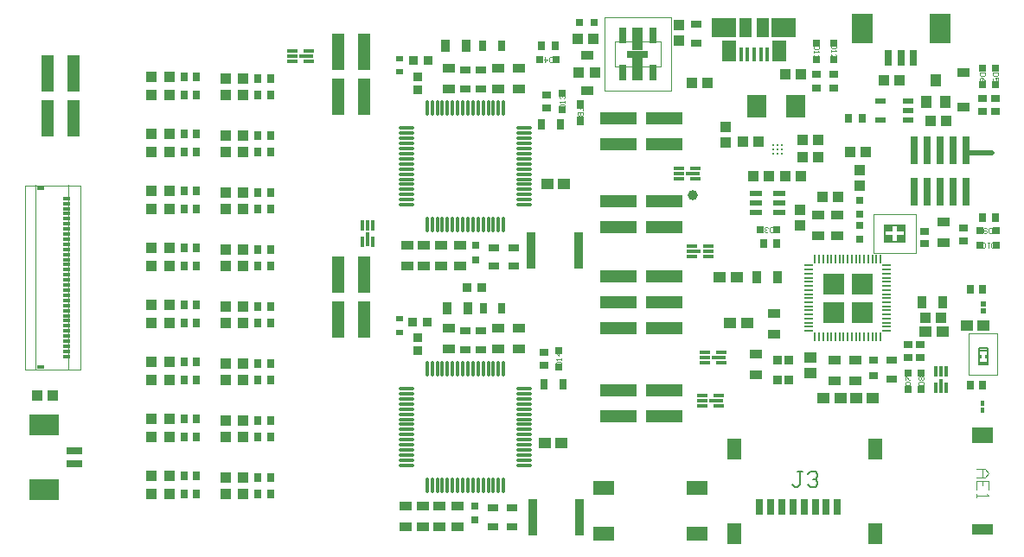
<source format=gtp>
G04*
G04 #@! TF.GenerationSoftware,Altium Limited,Altium Designer,23.8.1 (32)*
G04*
G04 Layer_Color=8421504*
%FSLAX44Y44*%
%MOMM*%
G71*
G04*
G04 #@! TF.SameCoordinates,B2355FDD-5490-460F-BBB4-22D25E5E3D0D*
G04*
G04*
G04 #@! TF.FilePolarity,Positive*
G04*
G01*
G75*
%ADD19C,0.1001*%
%ADD20C,0.1999*%
%ADD21C,0.1500*%
%ADD22C,0.0500*%
%ADD23C,0.1200*%
%ADD24R,2.0239X2.0239*%
%ADD25R,2.0238X2.0239*%
%ADD26R,1.2062X0.9562*%
%ADD27R,1.1062X0.7562*%
%ADD28R,1.2500X1.0000*%
%ADD29R,0.9311X0.8121*%
%ADD30R,1.8545X2.2860*%
%ADD31C,1.0000*%
%ADD32R,0.4500X1.3800*%
%ADD33R,1.1750X1.9000*%
%ADD34R,2.3750X1.9000*%
%ADD35R,1.4750X2.1000*%
%ADD36R,0.8000X1.5000*%
%ADD37R,1.4500X2.0000*%
%ADD38R,3.6800X1.2700*%
%ADD39R,0.7000X0.9500*%
%ADD40R,0.7400X2.7950*%
%ADD41R,1.0000X1.0000*%
%ADD42R,1.2000X0.9500*%
%ADD43R,0.8499X0.7501*%
%ADD44C,0.2540*%
%ADD45R,0.7000X0.2751*%
%ADD46R,0.2451X0.4501*%
%ADD47R,1.0500X0.6000*%
%ADD48R,1.0500X1.0500*%
%ADD49R,1.0500X1.0000*%
%ADD50R,1.0000X1.0500*%
%ADD51R,2.0000X0.8001*%
%ADD52R,1.0000X2.1999*%
%ADD53R,0.7000X1.5001*%
%ADD54R,1.0160X1.1430*%
%ADD55R,0.9900X0.3000*%
%ADD56R,1.4000X0.3000*%
%ADD57R,1.2192X0.9144*%
%ADD58R,0.3000X0.9900*%
%ADD59R,0.3000X1.4000*%
%ADD60R,0.8001X0.3000*%
%ADD61R,0.8001X0.4001*%
%ADD62R,1.2700X0.5588*%
%ADD63R,1.2700X3.6800*%
G04:AMPARAMS|DCode=64|XSize=0.1925mm|YSize=0.9291mm|CornerRadius=0.0962mm|HoleSize=0mm|Usage=FLASHONLY|Rotation=90.000|XOffset=0mm|YOffset=0mm|HoleType=Round|Shape=RoundedRectangle|*
%AMROUNDEDRECTD64*
21,1,0.1925,0.7366,0,0,90.0*
21,1,0.0000,0.9291,0,0,90.0*
1,1,0.1925,0.3683,0.0000*
1,1,0.1925,0.3683,0.0000*
1,1,0.1925,-0.3683,0.0000*
1,1,0.1925,-0.3683,0.0000*
%
%ADD64ROUNDEDRECTD64*%
G04:AMPARAMS|DCode=65|XSize=0.9291mm|YSize=0.1925mm|CornerRadius=0.0962mm|HoleSize=0mm|Usage=FLASHONLY|Rotation=90.000|XOffset=0mm|YOffset=0mm|HoleType=Round|Shape=RoundedRectangle|*
%AMROUNDEDRECTD65*
21,1,0.9291,0.0000,0,0,90.0*
21,1,0.7366,0.1925,0,0,90.0*
1,1,0.1925,0.0000,0.3683*
1,1,0.1925,0.0000,-0.3683*
1,1,0.1925,0.0000,-0.3683*
1,1,0.1925,0.0000,0.3683*
%
%ADD65ROUNDEDRECTD65*%
%ADD66R,0.1925X0.9291*%
%ADD67R,0.7000X0.7000*%
%ADD68R,2.1000X1.4000*%
%ADD69R,1.1500X1.0500*%
%ADD70R,0.6587X0.8121*%
%ADD71R,0.8500X0.7500*%
%ADD72R,0.8000X0.8000*%
%ADD73R,0.4725X0.5153*%
%ADD74R,1.2065X1.0582*%
%ADD75R,0.4627X0.5541*%
%ADD76R,0.7500X0.9000*%
%ADD77R,0.7587X0.8121*%
%ADD78R,2.0000X1.0000*%
%ADD79R,2.0000X1.5000*%
G04:AMPARAMS|DCode=80|XSize=0.3mm|YSize=1.45mm|CornerRadius=0.0495mm|HoleSize=0mm|Usage=FLASHONLY|Rotation=90.000|XOffset=0mm|YOffset=0mm|HoleType=Round|Shape=RoundedRectangle|*
%AMROUNDEDRECTD80*
21,1,0.3000,1.3510,0,0,90.0*
21,1,0.2010,1.4500,0,0,90.0*
1,1,0.0990,0.6755,0.1005*
1,1,0.0990,0.6755,-0.1005*
1,1,0.0990,-0.6755,-0.1005*
1,1,0.0990,-0.6755,0.1005*
%
%ADD80ROUNDEDRECTD80*%
G04:AMPARAMS|DCode=81|XSize=0.3mm|YSize=1.45mm|CornerRadius=0.0495mm|HoleSize=0mm|Usage=FLASHONLY|Rotation=0.000|XOffset=0mm|YOffset=0mm|HoleType=Round|Shape=RoundedRectangle|*
%AMROUNDEDRECTD81*
21,1,0.3000,1.3510,0,0,0.0*
21,1,0.2010,1.4500,0,0,0.0*
1,1,0.0990,0.1005,-0.6755*
1,1,0.0990,-0.1005,-0.6755*
1,1,0.0990,-0.1005,0.6755*
1,1,0.0990,0.1005,0.6755*
%
%ADD81ROUNDEDRECTD81*%
%ADD82R,0.8000X0.8000*%
%ADD83R,0.8000X0.9500*%
%ADD84R,2.1000X3.0000*%
%ADD85R,0.8000X1.6000*%
%ADD86R,0.9350X0.9621*%
%ADD87R,3.0000X2.1000*%
%ADD88R,1.6000X0.8000*%
%ADD89R,0.9562X1.2062*%
%ADD90R,0.7000X0.6500*%
%ADD91R,0.7562X1.1062*%
%ADD92R,0.7500X0.8500*%
%ADD93R,0.9062X0.8549*%
%ADD94R,0.9587X0.9121*%
%ADD95R,0.8000X0.6000*%
%ADD96R,0.9531X3.6031*%
%ADD97R,0.7000X0.7000*%
%ADD98R,0.9000X0.7500*%
%ADD99R,0.9000X0.8000*%
%ADD100C,0.5000*%
D19*
X837791Y302311D02*
Y340309D01*
Y302311D02*
X879792D01*
Y340309D01*
X837791D02*
X879792D01*
X931420Y182659D02*
Y223660D01*
Y182659D02*
X959421D01*
Y223660D01*
X931420D02*
X959421D01*
X574799Y461122D02*
Y533121D01*
Y461122D02*
X639798D01*
Y533121D01*
X574799D02*
X639798D01*
X584799Y484622D02*
Y509621D01*
Y484622D02*
X629798D01*
Y509621D01*
X584799D02*
X629798D01*
X17292Y368300D02*
X25419D01*
X41674D01*
X49801D01*
X17292Y187960D02*
Y368770D01*
Y187960D02*
X49801D01*
X7292Y368300D02*
X61691D01*
X7292Y187960D02*
Y368300D01*
Y187960D02*
X61691D01*
Y368300D01*
X49801Y187960D02*
Y368770D01*
D20*
X848791Y313309D02*
Y329311D01*
Y313309D02*
X868791D01*
Y329311D01*
X848791D02*
X868791D01*
X941420Y192659D02*
Y208661D01*
Y192659D02*
X949421D01*
Y208661D01*
X941420D02*
X949421D01*
D21*
X768395Y87508D02*
X763396D01*
X765895D01*
Y75012D01*
X763396Y72512D01*
X760897D01*
X758398Y75012D01*
X773393Y85008D02*
X775892Y87508D01*
X780891D01*
X783390Y85008D01*
Y82509D01*
X780891Y80010D01*
X778391D01*
X780891D01*
X783390Y77511D01*
Y75012D01*
X780891Y72512D01*
X775892D01*
X773393Y75012D01*
D22*
X553679Y441919D02*
Y445251D01*
X551180D01*
Y443585D01*
Y445251D01*
X548681D01*
X553679Y440253D02*
X548681D01*
Y437754D01*
X549514Y436921D01*
X550347D01*
X551180Y437754D01*
Y440253D01*
Y437754D01*
X552013Y436921D01*
X552846D01*
X553679Y437754D01*
Y440253D01*
X548681Y435255D02*
Y433588D01*
Y434422D01*
X553679D01*
X552846Y435255D01*
X881818Y172365D02*
X886817D01*
Y174864D01*
X885984Y175697D01*
X882651D01*
X881818Y174864D01*
Y172365D01*
X882651Y177363D02*
X881818Y178196D01*
Y179862D01*
X882651Y180695D01*
X883484D01*
X884317Y179862D01*
X885151Y180695D01*
X885984D01*
X886817Y179862D01*
Y178196D01*
X885984Y177363D01*
X885151D01*
X884317Y178196D01*
X883484Y177363D01*
X882651D01*
X884317Y178196D02*
Y179862D01*
X868992Y172365D02*
X873990D01*
Y174864D01*
X873158Y175697D01*
X869825D01*
X868992Y174864D01*
Y172365D01*
Y177363D02*
Y180695D01*
X869825D01*
X873158Y177363D01*
X873990D01*
X527095Y191872D02*
X532093D01*
Y194371D01*
X531260Y195204D01*
X527928D01*
X527095Y194371D01*
Y191872D01*
X532093Y196870D02*
Y198536D01*
Y197703D01*
X527095D01*
X527928Y196870D01*
X532093Y203535D02*
X527095D01*
X529594Y201036D01*
Y204368D01*
X530905Y444602D02*
X535903D01*
Y447101D01*
X535070Y447934D01*
X531738D01*
X530905Y447101D01*
Y444602D01*
X535903Y449600D02*
Y451267D01*
Y450434D01*
X530905D01*
X531738Y449600D01*
Y453766D02*
X530905Y454599D01*
Y456265D01*
X531738Y457098D01*
X532571D01*
X533404Y456265D01*
Y455432D01*
Y456265D01*
X534237Y457098D01*
X535070D01*
X535903Y456265D01*
Y454599D01*
X535070Y453766D01*
X954129Y321351D02*
Y326349D01*
X951630D01*
X950797Y325516D01*
Y322184D01*
X951630Y321351D01*
X954129D01*
X949131Y325516D02*
X948298Y326349D01*
X946632D01*
X945798Y325516D01*
Y322184D01*
X946632Y321351D01*
X948298D01*
X949131Y322184D01*
Y323017D01*
X948298Y323850D01*
X945798D01*
X956212Y307381D02*
Y312379D01*
X953713D01*
X952879Y311546D01*
Y308214D01*
X953713Y307381D01*
X956212D01*
X951213Y312379D02*
X949547D01*
X950380D01*
Y307381D01*
X951213Y308214D01*
X947048D02*
X946215Y307381D01*
X944549D01*
X943716Y308214D01*
Y311546D01*
X944549Y312379D01*
X946215D01*
X947048Y311546D01*
Y308214D01*
X959689Y479145D02*
X954691D01*
Y476646D01*
X955524Y475813D01*
X958856D01*
X959689Y476646D01*
Y479145D01*
Y470815D02*
Y474147D01*
X957190D01*
X958023Y472481D01*
Y471648D01*
X957190Y470815D01*
X955524D01*
X954691Y471648D01*
Y473314D01*
X955524Y474147D01*
X946989Y479145D02*
X941991D01*
Y476646D01*
X942824Y475813D01*
X946156D01*
X946989Y476646D01*
Y479145D01*
Y470815D02*
X946156Y472481D01*
X944490Y474147D01*
X942824D01*
X941991Y473314D01*
Y471648D01*
X942824Y470815D01*
X943657D01*
X944490Y471648D01*
Y474147D01*
X784614Y505116D02*
X779616D01*
Y502617D01*
X780449Y501784D01*
X783781D01*
X784614Y502617D01*
Y505116D01*
X779616Y500118D02*
Y498452D01*
Y499285D01*
X784614D01*
X783781Y500118D01*
X779616Y495952D02*
Y494286D01*
Y495120D01*
X784614D01*
X783781Y495952D01*
X801900Y505949D02*
X796901D01*
Y503450D01*
X797734Y502617D01*
X801067D01*
X801900Y503450D01*
Y505949D01*
X796901Y500951D02*
Y499285D01*
Y500118D01*
X801900D01*
X801067Y500951D01*
X796901Y493453D02*
Y496786D01*
X800234Y493453D01*
X801067D01*
X801900Y494286D01*
Y495952D01*
X801067Y496786D01*
X739486Y322621D02*
Y327619D01*
X736986D01*
X736153Y326786D01*
Y323454D01*
X736986Y322621D01*
X739486D01*
X734487Y323454D02*
X733654Y322621D01*
X731988D01*
X731155Y323454D01*
Y324287D01*
X731988Y325120D01*
X732821D01*
X731988D01*
X731155Y325953D01*
Y326786D01*
X731988Y327619D01*
X733654D01*
X734487Y326786D01*
X523595Y488991D02*
Y493989D01*
X521096D01*
X520263Y493156D01*
Y489824D01*
X521096Y488991D01*
X523595D01*
X516098Y493989D02*
Y488991D01*
X518597Y491490D01*
X515265D01*
D23*
X938886Y90195D02*
X946883D01*
X950882Y86197D01*
X946883Y82198D01*
X938886D01*
X944884D01*
Y90195D01*
X950882Y70202D02*
Y78199D01*
X938886D01*
Y70202D01*
X944884Y78199D02*
Y74201D01*
X938886Y66203D02*
Y62204D01*
Y64204D01*
X950882D01*
X948883Y66203D01*
D24*
X826857Y271856D02*
D03*
Y243777D02*
D03*
D25*
X798777Y271856D02*
D03*
Y243777D02*
D03*
D26*
X470171Y483605D02*
D03*
Y463106D02*
D03*
X421911Y483605D02*
D03*
Y463106D02*
D03*
X490852Y483605D02*
D03*
Y463106D02*
D03*
X722630Y203290D02*
D03*
Y182790D02*
D03*
X490852Y207746D02*
D03*
Y228246D02*
D03*
X470171Y207746D02*
D03*
Y228246D02*
D03*
X380001Y54345D02*
D03*
Y33846D02*
D03*
X740414Y242660D02*
D03*
Y222160D02*
D03*
X802640Y318680D02*
D03*
Y339180D02*
D03*
X783590Y318680D02*
D03*
Y339180D02*
D03*
X906784Y312330D02*
D03*
Y332830D02*
D03*
X421911Y228246D02*
D03*
Y207746D02*
D03*
X433061Y309782D02*
D03*
Y289282D02*
D03*
X397781Y309615D02*
D03*
Y289116D02*
D03*
X414291Y309615D02*
D03*
Y289116D02*
D03*
X800100Y196940D02*
D03*
Y176440D02*
D03*
X820420Y196940D02*
D03*
Y176440D02*
D03*
X381271Y309705D02*
D03*
Y289205D02*
D03*
X413021Y33846D02*
D03*
Y54345D02*
D03*
X430519Y33846D02*
D03*
Y54345D02*
D03*
X396511Y33846D02*
D03*
Y54345D02*
D03*
D27*
X438421Y481336D02*
D03*
Y462835D02*
D03*
X453661Y481336D02*
D03*
Y462835D02*
D03*
Y207475D02*
D03*
Y225976D02*
D03*
X438421Y207475D02*
D03*
Y225976D02*
D03*
X664210Y507640D02*
D03*
Y526140D02*
D03*
X466361Y307436D02*
D03*
Y288935D02*
D03*
X855984Y197210D02*
D03*
Y178710D02*
D03*
X485411Y307436D02*
D03*
Y288935D02*
D03*
X484141Y33575D02*
D03*
Y52076D02*
D03*
X465091Y33575D02*
D03*
Y52076D02*
D03*
D28*
X775970Y184270D02*
D03*
Y199270D02*
D03*
D29*
X754705Y177800D02*
D03*
X743895D02*
D03*
X754705Y196850D02*
D03*
X743895D02*
D03*
D30*
X761872Y445770D02*
D03*
X724027D02*
D03*
D31*
X661390Y359174D02*
D03*
D32*
X727616Y496640D02*
D03*
X708116D02*
D03*
X734116D02*
D03*
X721116D02*
D03*
X714616D02*
D03*
D33*
X712741Y523240D02*
D03*
X729491D02*
D03*
D34*
X691986D02*
D03*
X750241D02*
D03*
D35*
X745966Y500240D02*
D03*
X696266D02*
D03*
D36*
X802894Y53010D02*
D03*
X791894D02*
D03*
X780894D02*
D03*
X769894D02*
D03*
X758894D02*
D03*
X747894D02*
D03*
X736894D02*
D03*
X725894D02*
D03*
D37*
X702144Y110010D02*
D03*
X839644D02*
D03*
X702144Y27010D02*
D03*
X839644D02*
D03*
D38*
X633070Y279400D02*
D03*
Y254000D02*
D03*
Y228600D02*
D03*
X588670Y279400D02*
D03*
Y254000D02*
D03*
Y228600D02*
D03*
Y353060D02*
D03*
X633070D02*
D03*
X588670Y327660D02*
D03*
X633070D02*
D03*
Y142240D02*
D03*
X588670D02*
D03*
X633070Y167640D02*
D03*
X588670D02*
D03*
X633087Y408940D02*
D03*
X588687D02*
D03*
X633087Y434340D02*
D03*
X588687D02*
D03*
D39*
X551180Y431170D02*
D03*
Y447670D02*
D03*
D40*
X928374Y402621D02*
D03*
Y361970D02*
D03*
X915674Y402621D02*
D03*
Y361970D02*
D03*
X902974Y402621D02*
D03*
Y361970D02*
D03*
X890274Y402621D02*
D03*
Y361970D02*
D03*
X877574Y402621D02*
D03*
Y361970D02*
D03*
D41*
X565530Y478790D02*
D03*
X549530D02*
D03*
D42*
X557530Y461540D02*
D03*
Y496040D02*
D03*
D43*
X852043Y326560D02*
D03*
X865540D02*
D03*
Y316060D02*
D03*
X852043D02*
D03*
D44*
X740220Y407670D02*
D03*
X744220D02*
D03*
X748220D02*
D03*
X740220Y403670D02*
D03*
X744220D02*
D03*
X748220D02*
D03*
X740220Y399670D02*
D03*
X744220D02*
D03*
X748220D02*
D03*
D45*
X945421Y206779D02*
D03*
Y194531D02*
D03*
D46*
X943150Y200660D02*
D03*
X947691D02*
D03*
D47*
X845024Y432460D02*
D03*
Y451460D02*
D03*
X872024D02*
D03*
Y441960D02*
D03*
Y432460D02*
D03*
D48*
X148684Y289205D02*
D03*
X131184D02*
D03*
X148721Y65686D02*
D03*
X131221D02*
D03*
X221111Y289205D02*
D03*
X203611D02*
D03*
X221111Y65686D02*
D03*
X203611D02*
D03*
X148684Y345085D02*
D03*
X131184D02*
D03*
X148684Y121566D02*
D03*
X131184D02*
D03*
X221111Y345085D02*
D03*
X203611D02*
D03*
X221111Y121566D02*
D03*
X203611D02*
D03*
X148684Y400965D02*
D03*
X131184D02*
D03*
X148684Y177405D02*
D03*
X131184D02*
D03*
X221111Y400965D02*
D03*
X203611D02*
D03*
X221111Y177405D02*
D03*
X203611D02*
D03*
X148684Y456846D02*
D03*
X131184D02*
D03*
X148684Y233326D02*
D03*
X131184D02*
D03*
X221111Y456846D02*
D03*
X203611D02*
D03*
X221111Y233326D02*
D03*
X203611D02*
D03*
X148467Y307340D02*
D03*
X130967D02*
D03*
X148721Y83465D02*
D03*
X131221D02*
D03*
X221111Y305716D02*
D03*
X203611D02*
D03*
X221111Y82196D02*
D03*
X203611D02*
D03*
X148684Y362865D02*
D03*
X131184D02*
D03*
X148684Y139346D02*
D03*
X131184D02*
D03*
X221111Y361595D02*
D03*
X203611D02*
D03*
X221111Y138076D02*
D03*
X203611D02*
D03*
X148684Y418745D02*
D03*
X131184D02*
D03*
X148684Y195186D02*
D03*
X131184D02*
D03*
X221111Y417476D02*
D03*
X203611D02*
D03*
X221111Y193916D02*
D03*
X203611D02*
D03*
X148684Y474626D02*
D03*
X131184D02*
D03*
X148684Y251105D02*
D03*
X131184D02*
D03*
X221111Y473355D02*
D03*
X203611D02*
D03*
X221111Y249835D02*
D03*
X203611D02*
D03*
D49*
X751960Y377190D02*
D03*
X766960D02*
D03*
X735210D02*
D03*
X720210D02*
D03*
X675520Y468630D02*
D03*
X660520D02*
D03*
X766960Y477520D02*
D03*
X751960D02*
D03*
X848484Y471170D02*
D03*
X863484D02*
D03*
X894200Y431800D02*
D03*
X909200D02*
D03*
X563760Y511810D02*
D03*
X548760D02*
D03*
X783470Y412750D02*
D03*
X768470D02*
D03*
X710050Y411480D02*
D03*
X725050D02*
D03*
X904120Y238760D02*
D03*
X889120D02*
D03*
X788427Y357268D02*
D03*
X803427D02*
D03*
X768470Y396240D02*
D03*
X783470D02*
D03*
X19561Y162560D02*
D03*
X34561D02*
D03*
X815460Y401320D02*
D03*
X830460D02*
D03*
D50*
X765810Y329050D02*
D03*
Y344050D02*
D03*
X647700Y510660D02*
D03*
Y525660D02*
D03*
X824230Y383420D02*
D03*
Y368420D02*
D03*
X693420Y425330D02*
D03*
Y410330D02*
D03*
D51*
X607299Y497121D02*
D03*
D52*
Y512122D02*
D03*
Y482120D02*
D03*
D53*
X592298Y515620D02*
D03*
X622300D02*
D03*
Y478622D02*
D03*
X592298D02*
D03*
D54*
X889508Y450088D02*
D03*
X908558D02*
D03*
X899160Y471170D02*
D03*
D55*
X688770Y194390D02*
D03*
Y204390D02*
D03*
X672670D02*
D03*
Y199390D02*
D03*
Y194390D02*
D03*
X647270Y374730D02*
D03*
Y379730D02*
D03*
Y384730D02*
D03*
X663370D02*
D03*
Y374730D02*
D03*
X676070Y308530D02*
D03*
Y303530D02*
D03*
Y298530D02*
D03*
X659970D02*
D03*
Y308530D02*
D03*
X670130Y152480D02*
D03*
Y157480D02*
D03*
Y162480D02*
D03*
X686230D02*
D03*
Y152480D02*
D03*
X268827Y490300D02*
D03*
Y495300D02*
D03*
Y500300D02*
D03*
X284927D02*
D03*
Y490300D02*
D03*
D56*
X686720Y199390D02*
D03*
X661320Y379730D02*
D03*
X662020Y303530D02*
D03*
X684180Y157480D02*
D03*
X282877Y495300D02*
D03*
D57*
X926355Y445262D02*
D03*
Y479044D02*
D03*
D58*
X337904Y329360D02*
D03*
X342904D02*
D03*
X347904D02*
D03*
Y313260D02*
D03*
X337904D02*
D03*
X899240Y185850D02*
D03*
X904240D02*
D03*
X909240D02*
D03*
Y169750D02*
D03*
X899240D02*
D03*
D59*
X342904Y315310D02*
D03*
X904240Y171800D02*
D03*
D60*
X47691Y280629D02*
D03*
Y275631D02*
D03*
Y310629D02*
D03*
Y320629D02*
D03*
Y295631D02*
D03*
Y305631D02*
D03*
Y300629D02*
D03*
Y290629D02*
D03*
Y315631D02*
D03*
Y340629D02*
D03*
Y350629D02*
D03*
Y325630D02*
D03*
Y330629D02*
D03*
Y335630D02*
D03*
Y345630D02*
D03*
Y355559D02*
D03*
Y285631D02*
D03*
Y270629D02*
D03*
Y265631D02*
D03*
Y260629D02*
D03*
Y255631D02*
D03*
Y250629D02*
D03*
Y245631D02*
D03*
Y240629D02*
D03*
Y235631D02*
D03*
Y230630D02*
D03*
Y225631D02*
D03*
Y220630D02*
D03*
Y215631D02*
D03*
Y210630D02*
D03*
Y205631D02*
D03*
Y200701D02*
D03*
D61*
X22692Y365595D02*
D03*
Y190665D02*
D03*
D62*
X745744Y360680D02*
D03*
X745490Y341630D02*
D03*
X722630Y351155D02*
D03*
Y360680D02*
D03*
Y341630D02*
D03*
X745744Y351282D02*
D03*
D63*
X313694Y455320D02*
D03*
Y499720D02*
D03*
X339094Y455320D02*
D03*
Y499720D02*
D03*
X54881Y478130D02*
D03*
Y433730D02*
D03*
X29481Y478130D02*
D03*
Y433730D02*
D03*
X313707Y236880D02*
D03*
Y281280D02*
D03*
X339107Y236880D02*
D03*
Y281280D02*
D03*
D64*
X774672Y225810D02*
D03*
Y229810D02*
D03*
Y233810D02*
D03*
Y237810D02*
D03*
Y241810D02*
D03*
Y245810D02*
D03*
Y249810D02*
D03*
Y253810D02*
D03*
Y257810D02*
D03*
Y261810D02*
D03*
Y265810D02*
D03*
Y269810D02*
D03*
Y273810D02*
D03*
Y277810D02*
D03*
Y281810D02*
D03*
Y285810D02*
D03*
Y289810D02*
D03*
X850963D02*
D03*
Y285810D02*
D03*
Y281810D02*
D03*
Y277810D02*
D03*
Y273810D02*
D03*
Y269810D02*
D03*
Y265810D02*
D03*
Y261810D02*
D03*
Y257810D02*
D03*
Y253810D02*
D03*
Y249810D02*
D03*
Y245810D02*
D03*
Y241810D02*
D03*
Y237810D02*
D03*
Y233810D02*
D03*
Y229810D02*
D03*
Y225810D02*
D03*
D65*
X780817Y295956D02*
D03*
X784817D02*
D03*
X788817D02*
D03*
X792817D02*
D03*
X796817D02*
D03*
X800817D02*
D03*
X804817D02*
D03*
X808817D02*
D03*
X812817D02*
D03*
X816817D02*
D03*
X820817D02*
D03*
X824817D02*
D03*
X828817D02*
D03*
X832817D02*
D03*
X836817D02*
D03*
X840817D02*
D03*
X844817D02*
D03*
Y219664D02*
D03*
X840817D02*
D03*
X836817D02*
D03*
X832817D02*
D03*
X828817D02*
D03*
X824817D02*
D03*
X820817D02*
D03*
X816817D02*
D03*
X812817D02*
D03*
X808817D02*
D03*
X804817D02*
D03*
X800817D02*
D03*
X796817D02*
D03*
X792817D02*
D03*
X788817D02*
D03*
X784817D02*
D03*
D66*
X780817D02*
D03*
D67*
X550530Y528320D02*
D03*
X564530D02*
D03*
D68*
X665260Y72030D02*
D03*
X574260D02*
D03*
X665260Y27030D02*
D03*
X574260D02*
D03*
D69*
X905382Y224999D02*
D03*
X888882D02*
D03*
X516264Y115570D02*
D03*
X532764D02*
D03*
X704210Y278130D02*
D03*
X687710D02*
D03*
X697874Y233680D02*
D03*
X714374D02*
D03*
X518804Y369570D02*
D03*
X535304D02*
D03*
X805814Y160020D02*
D03*
X789314D02*
D03*
X837564D02*
D03*
X821064D02*
D03*
D70*
X813653Y434340D02*
D03*
X827187D02*
D03*
D71*
X944884Y440540D02*
D03*
Y453540D02*
D03*
X883937Y212240D02*
D03*
Y199240D02*
D03*
X871491Y212240D02*
D03*
Y199240D02*
D03*
X518164Y444350D02*
D03*
Y457350D02*
D03*
X515624Y204620D02*
D03*
Y191620D02*
D03*
X782115Y463992D02*
D03*
Y476991D02*
D03*
X799400Y463992D02*
D03*
Y476991D02*
D03*
X926101Y326540D02*
D03*
Y313540D02*
D03*
X957584Y453540D02*
D03*
Y440540D02*
D03*
D72*
X884317Y168530D02*
D03*
Y184530D02*
D03*
X871491Y168530D02*
D03*
Y184530D02*
D03*
X529594Y190120D02*
D03*
Y206120D02*
D03*
X533404Y442850D02*
D03*
Y458850D02*
D03*
X957190Y482980D02*
D03*
Y466980D02*
D03*
X944490Y482980D02*
D03*
Y466980D02*
D03*
X782115Y491701D02*
D03*
Y507701D02*
D03*
X799400Y491701D02*
D03*
Y507701D02*
D03*
D73*
X945167Y244903D02*
D03*
Y252474D02*
D03*
D74*
X929288Y230909D02*
D03*
X945805D02*
D03*
D75*
X944897Y147587D02*
D03*
Y154673D02*
D03*
D76*
X932547Y172720D02*
D03*
X944547D02*
D03*
X163181Y83465D02*
D03*
X175181D02*
D03*
Y65686D02*
D03*
X163181D02*
D03*
X163144Y139346D02*
D03*
X175144D02*
D03*
Y121566D02*
D03*
X163144D02*
D03*
Y195186D02*
D03*
X175144D02*
D03*
Y177405D02*
D03*
X163144D02*
D03*
X175144Y251105D02*
D03*
X163144D02*
D03*
Y233326D02*
D03*
X175144D02*
D03*
X163144Y306985D02*
D03*
X175144D02*
D03*
Y289205D02*
D03*
X163144D02*
D03*
Y362865D02*
D03*
X175144D02*
D03*
Y345085D02*
D03*
X163144D02*
D03*
Y418745D02*
D03*
X175144D02*
D03*
Y400965D02*
D03*
X163144D02*
D03*
Y474626D02*
D03*
X175144D02*
D03*
Y456846D02*
D03*
X163144D02*
D03*
X235571Y473355D02*
D03*
X247571D02*
D03*
Y456846D02*
D03*
X235571D02*
D03*
Y417476D02*
D03*
X247571D02*
D03*
Y400965D02*
D03*
X235571D02*
D03*
Y361595D02*
D03*
X247571D02*
D03*
Y345085D02*
D03*
X235571D02*
D03*
Y305716D02*
D03*
X247571D02*
D03*
Y289205D02*
D03*
X235571D02*
D03*
X247571Y249835D02*
D03*
X235571D02*
D03*
Y233326D02*
D03*
X247571D02*
D03*
Y193916D02*
D03*
X235571D02*
D03*
Y177405D02*
D03*
X247571D02*
D03*
X235571Y138076D02*
D03*
X247571D02*
D03*
Y121566D02*
D03*
X235571D02*
D03*
Y82196D02*
D03*
X247571D02*
D03*
Y65686D02*
D03*
X235571D02*
D03*
D77*
X932549Y266469D02*
D03*
X945084D02*
D03*
D78*
X944884Y31200D02*
D03*
D79*
Y123700D02*
D03*
D80*
X381171Y169046D02*
D03*
Y164046D02*
D03*
Y159046D02*
D03*
Y154045D02*
D03*
Y149046D02*
D03*
Y144045D02*
D03*
Y139046D02*
D03*
Y134045D02*
D03*
Y129046D02*
D03*
Y124045D02*
D03*
Y119046D02*
D03*
Y114046D02*
D03*
Y109046D02*
D03*
Y104046D02*
D03*
Y99046D02*
D03*
Y94046D02*
D03*
X495671D02*
D03*
Y99046D02*
D03*
Y104046D02*
D03*
Y109046D02*
D03*
Y114046D02*
D03*
Y119046D02*
D03*
Y124045D02*
D03*
Y129046D02*
D03*
Y134045D02*
D03*
Y139046D02*
D03*
Y144045D02*
D03*
Y149046D02*
D03*
Y154045D02*
D03*
Y159046D02*
D03*
Y164046D02*
D03*
Y169046D02*
D03*
Y424406D02*
D03*
Y419405D02*
D03*
Y414406D02*
D03*
Y409405D02*
D03*
Y404406D02*
D03*
Y399405D02*
D03*
Y394406D02*
D03*
Y389405D02*
D03*
Y384406D02*
D03*
Y379406D02*
D03*
Y374406D02*
D03*
Y369406D02*
D03*
Y364406D02*
D03*
Y359406D02*
D03*
Y354406D02*
D03*
Y349406D02*
D03*
X381171D02*
D03*
Y354406D02*
D03*
Y359406D02*
D03*
Y364406D02*
D03*
Y369406D02*
D03*
Y374406D02*
D03*
Y379406D02*
D03*
Y384406D02*
D03*
Y389405D02*
D03*
Y394406D02*
D03*
Y399405D02*
D03*
Y404406D02*
D03*
Y409405D02*
D03*
Y414406D02*
D03*
Y419405D02*
D03*
Y424406D02*
D03*
D81*
X400921Y74296D02*
D03*
X405922D02*
D03*
X410921D02*
D03*
X415922D02*
D03*
X420921D02*
D03*
X425922D02*
D03*
X430921D02*
D03*
X435922D02*
D03*
X440921D02*
D03*
X445922D02*
D03*
X450921D02*
D03*
X455921D02*
D03*
X460921D02*
D03*
X465921D02*
D03*
X470921D02*
D03*
X475921D02*
D03*
Y188796D02*
D03*
X470921D02*
D03*
X465921D02*
D03*
X460921D02*
D03*
X455921D02*
D03*
X450921D02*
D03*
X445922D02*
D03*
X440921D02*
D03*
X435922D02*
D03*
X430921D02*
D03*
X425922D02*
D03*
X420921D02*
D03*
X415922D02*
D03*
X410921D02*
D03*
X405922D02*
D03*
X400921D02*
D03*
Y444156D02*
D03*
X405922D02*
D03*
X410921D02*
D03*
X415922D02*
D03*
X420921D02*
D03*
X425922D02*
D03*
X430921D02*
D03*
X435922D02*
D03*
X440921D02*
D03*
X445922D02*
D03*
X450921D02*
D03*
X455921D02*
D03*
X460921D02*
D03*
X465921D02*
D03*
X470921D02*
D03*
X475921D02*
D03*
Y329655D02*
D03*
X470921D02*
D03*
X465921D02*
D03*
X460921D02*
D03*
X455921D02*
D03*
X450921D02*
D03*
X445922D02*
D03*
X440921D02*
D03*
X435922D02*
D03*
X430921D02*
D03*
X425922D02*
D03*
X420921D02*
D03*
X415922D02*
D03*
X410921D02*
D03*
X405922D02*
D03*
X400921D02*
D03*
D82*
X957964Y323850D02*
D03*
X941964D02*
D03*
X957964Y309880D02*
D03*
X941964D02*
D03*
X727320Y325120D02*
D03*
X743320D02*
D03*
X511430Y491490D02*
D03*
X527430D02*
D03*
D83*
X512680Y505460D02*
D03*
X526180D02*
D03*
D84*
X826874Y521970D02*
D03*
X902874D02*
D03*
D85*
X852374Y492970D02*
D03*
X864874D02*
D03*
X877374D02*
D03*
D86*
X439903Y267970D02*
D03*
X454212D02*
D03*
D87*
X26411Y69850D02*
D03*
Y133350D02*
D03*
D88*
X55411Y95350D02*
D03*
Y107850D02*
D03*
D89*
X744310Y278130D02*
D03*
X723810D02*
D03*
X419014Y505460D02*
D03*
X439514D02*
D03*
X440784Y247650D02*
D03*
X420284D02*
D03*
X885100Y254000D02*
D03*
X905600D02*
D03*
D90*
X824234Y329060D02*
D03*
Y315560D02*
D03*
X824230Y353460D02*
D03*
Y339960D02*
D03*
D91*
X455570Y505460D02*
D03*
X474070D02*
D03*
X474342Y247650D02*
D03*
X455841D02*
D03*
X533764Y173380D02*
D03*
X515264D02*
D03*
X512724Y427990D02*
D03*
X531224D02*
D03*
D92*
X730090Y311150D02*
D03*
X743090D02*
D03*
X944734Y336550D02*
D03*
X957734D02*
D03*
D93*
X391431Y219262D02*
D03*
Y206749D02*
D03*
Y462109D02*
D03*
Y474622D02*
D03*
D94*
X386704Y234596D02*
D03*
X401238D02*
D03*
X402148Y491225D02*
D03*
X387614D02*
D03*
D95*
X373651Y237285D02*
D03*
Y224286D02*
D03*
Y479646D02*
D03*
Y492645D02*
D03*
D96*
X550572Y43180D02*
D03*
X504071D02*
D03*
X502801Y304800D02*
D03*
X549301D02*
D03*
D97*
X448581Y295615D02*
D03*
Y309615D02*
D03*
X447311Y54255D02*
D03*
Y40255D02*
D03*
D98*
X887734Y311500D02*
D03*
Y323500D02*
D03*
D99*
X838200Y196730D02*
D03*
Y181730D02*
D03*
D100*
X930944Y400050D02*
X953770D01*
M02*

</source>
